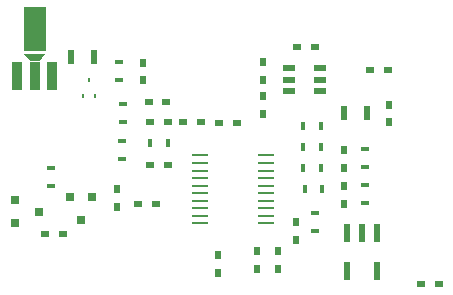
<source format=gbr>
G04 #@! TF.FileFunction,Paste,Top*
%FSLAX46Y46*%
G04 Gerber Fmt 4.6, Leading zero omitted, Abs format (unit mm)*
G04 Created by KiCad (PCBNEW 4.0.7) date Friday, November 17, 2017 'PMt' 12:47:33 PM*
%MOMM*%
%LPD*%
G01*
G04 APERTURE LIST*
%ADD10C,0.100000*%
%ADD11R,0.347600X0.747600*%
%ADD12R,1.371600X0.227600*%
%ADD13R,0.547600X1.147600*%
%ADD14R,0.597600X0.647600*%
%ADD15R,0.848360X2.349500*%
%ADD16R,1.846580X3.848100*%
%ADD17R,0.247600X0.357600*%
%ADD18R,0.647600X0.597600*%
%ADD19R,0.747600X0.347600*%
%ADD20R,1.067600X0.497600*%
%ADD21R,0.609600X1.498600*%
%ADD22R,0.647600X0.747600*%
%ADD23R,0.747600X0.647600*%
G04 APERTURE END LIST*
D10*
D11*
X155309000Y-100330000D03*
X153809000Y-100330000D03*
D12*
X145033000Y-101028500D03*
X150623000Y-101028500D03*
X145033000Y-101668500D03*
X150623000Y-101668500D03*
X145033000Y-102308500D03*
X150623000Y-102308500D03*
X145033000Y-102948500D03*
X150623000Y-102948500D03*
X145033000Y-103588500D03*
X150623000Y-103588500D03*
X145033000Y-104228500D03*
X150623000Y-104228500D03*
X145033000Y-104868500D03*
X150623000Y-104868500D03*
X145033000Y-105508500D03*
X150623000Y-105508500D03*
X145033000Y-106148500D03*
X150623000Y-106148500D03*
X145033000Y-106788500D03*
X150623000Y-106788500D03*
D13*
X136078000Y-92710000D03*
X134178000Y-92710000D03*
D14*
X140271500Y-94666500D03*
X140271500Y-93166500D03*
D15*
X129562860Y-94300040D03*
X131064000Y-94300040D03*
X132565140Y-94300040D03*
D16*
X131064000Y-90347800D03*
D10*
G36*
X131988560Y-92398850D02*
X131488180Y-92995750D01*
X130639820Y-92995750D01*
X130139440Y-92398850D01*
X131988560Y-92398850D01*
X131988560Y-92398850D01*
G37*
D17*
X135199500Y-95963500D03*
X136199500Y-95963500D03*
X135699500Y-94663500D03*
D18*
X142367000Y-101854000D03*
X140867000Y-101854000D03*
D14*
X157226000Y-102096000D03*
X157226000Y-100596000D03*
X138049000Y-103898000D03*
X138049000Y-105398000D03*
D18*
X139839000Y-105156000D03*
X141339000Y-105156000D03*
D14*
X157226000Y-105144000D03*
X157226000Y-103644000D03*
X153162000Y-106692000D03*
X153162000Y-108192000D03*
X151638000Y-109105000D03*
X151638000Y-110605000D03*
X146558000Y-109486000D03*
X146558000Y-110986000D03*
X149860000Y-109105000D03*
X149860000Y-110605000D03*
X150368000Y-97524000D03*
X150368000Y-96024000D03*
X150368000Y-94603000D03*
X150368000Y-93103000D03*
D18*
X160960500Y-93789500D03*
X159460500Y-93789500D03*
X153301000Y-91821000D03*
X154801000Y-91821000D03*
X142355000Y-98171000D03*
X140855000Y-98171000D03*
X140728000Y-96520000D03*
X142228000Y-96520000D03*
X148197000Y-98298000D03*
X146697000Y-98298000D03*
X143649000Y-98171000D03*
X145149000Y-98171000D03*
D19*
X138557000Y-96659000D03*
X138557000Y-98159000D03*
D11*
X140867000Y-99949000D03*
X142367000Y-99949000D03*
X153809000Y-98552000D03*
X155309000Y-98552000D03*
X153936000Y-103886000D03*
X155436000Y-103886000D03*
D19*
X154813000Y-105930000D03*
X154813000Y-107430000D03*
X159004000Y-100469000D03*
X159004000Y-101969000D03*
D11*
X155309000Y-102108000D03*
X153809000Y-102108000D03*
D19*
X159004000Y-103517000D03*
X159004000Y-105017000D03*
D13*
X157292000Y-97409000D03*
X159192000Y-97409000D03*
D19*
X138430000Y-99834000D03*
X138430000Y-101334000D03*
D20*
X155234000Y-95565000D03*
X155234000Y-94615000D03*
X155234000Y-93665000D03*
X152614000Y-93665000D03*
X152614000Y-94615000D03*
X152614000Y-95565000D03*
D21*
X160020000Y-110807500D03*
X160020000Y-107632500D03*
X158750000Y-107632500D03*
X157480000Y-110807500D03*
X157480000Y-107632500D03*
D19*
X138176000Y-94603000D03*
X138176000Y-93103000D03*
X132461000Y-103620000D03*
X132461000Y-102120000D03*
D18*
X163778500Y-111950500D03*
X165278500Y-111950500D03*
D14*
X161099500Y-98222500D03*
X161099500Y-96722500D03*
D18*
X133465000Y-107696000D03*
X131965000Y-107696000D03*
D22*
X135951000Y-104537000D03*
X134051000Y-104537000D03*
X135001000Y-106537000D03*
D23*
X129429000Y-104841000D03*
X129429000Y-106741000D03*
X131429000Y-105791000D03*
M02*

</source>
